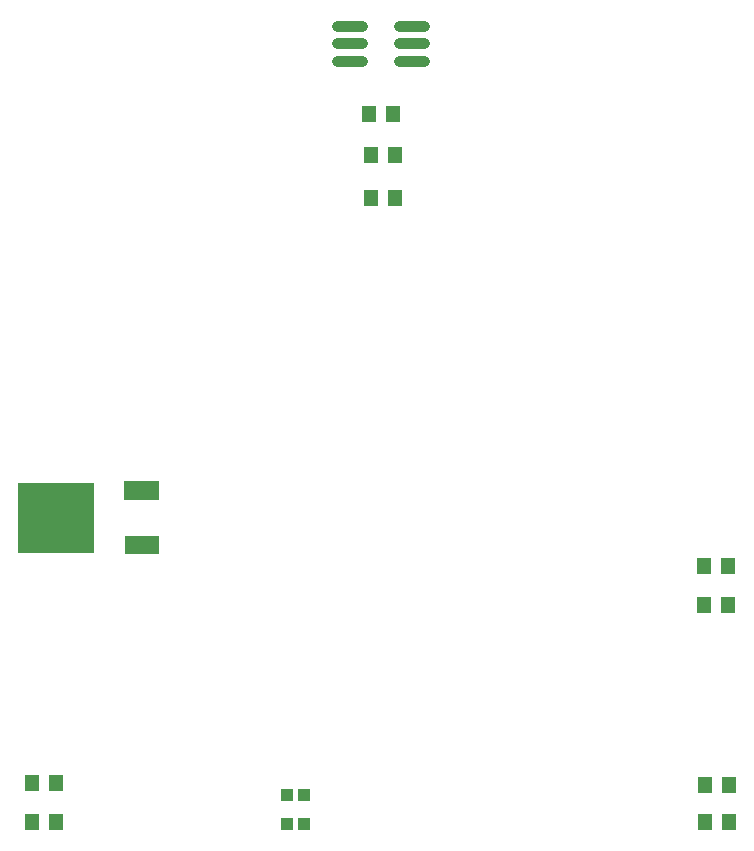
<source format=gtp>
G04 Layer: TopPasteMaskLayer*
G04 EasyEDA v6.2.46, 2019-12-15T16:49:01--8:00*
G04 3ed96cd0468347919694e972acbd498c,95dd31e7bbc04d03a1fa04b442bf807f,10*
G04 Gerber Generator version 0.2*
G04 Scale: 100 percent, Rotated: No, Reflected: No *
G04 Dimensions in millimeters *
G04 leading zeros omitted , absolute positions ,3 integer and 3 decimal *
%FSLAX33Y33*%
%MOMM*%
G90*
G71D02*

%ADD12C,0.899998*%
%ADD14R,0.999998X1.099998*%
%ADD15R,6.499987X6.000013*%
%ADD16R,2.999994X1.599997*%
%ADD17R,1.160018X1.450010*%

%LPD*%
G54D12*
G01X29176Y97155D02*
G01X31276Y97155D01*
G01X29176Y95653D02*
G01X31276Y95653D01*
G01X29176Y94155D02*
G01X31276Y94155D01*
G01X34426Y97155D02*
G01X36526Y97155D01*
G01X34426Y95653D02*
G01X36526Y95653D01*
G01X34426Y94155D02*
G01X36526Y94155D01*
G54D14*
G01X24953Y32004D03*
G01X26354Y32004D03*
G54D15*
G01X5400Y55499D03*
G54D16*
G01X12633Y53199D03*
G36*
G01X11126Y56998D02*
G01X11126Y58598D01*
G01X14128Y58598D01*
G01X14128Y56998D01*
G01X11126Y56998D01*
G37*
G54D17*
G01X60198Y48133D03*
G01X62230Y48133D03*
G01X60325Y29718D03*
G01X62357Y29718D03*
G01X3302Y29718D03*
G01X5334Y29718D03*
G01X31877Y89662D03*
G01X33909Y89662D03*
G54D14*
G01X24953Y29591D03*
G01X26354Y29591D03*
G54D17*
G01X32004Y86233D03*
G01X34036Y86233D03*
G01X32004Y82550D03*
G01X34036Y82550D03*
G01X60198Y51435D03*
G01X62230Y51435D03*
G01X60325Y32893D03*
G01X62357Y32893D03*
G01X3302Y33020D03*
G01X5334Y33020D03*
M00*
M02*

</source>
